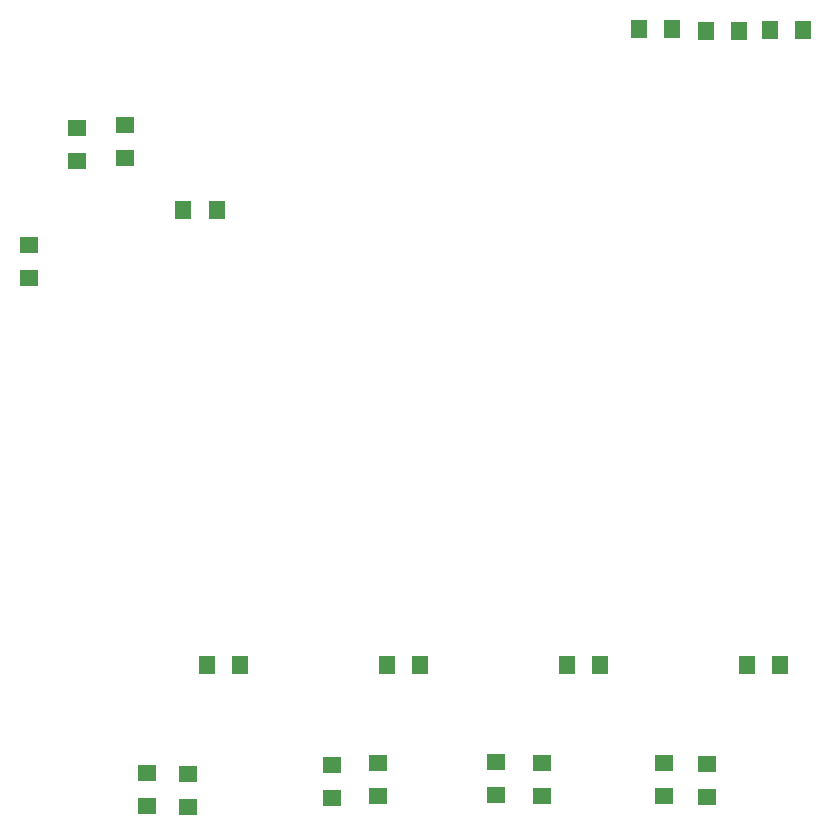
<source format=gbr>
G04 DipTrace 3.3.1.1*
G04 TopPaste.gbr*
%MOIN*%
G04 #@! TF.FileFunction,Paste,Top*
G04 #@! TF.Part,Single*
%ADD55R,0.054961X0.062835*%
%ADD57R,0.062835X0.054961*%
%FSLAX26Y26*%
G04*
G70*
G90*
G75*
G01*
G04 TopPaste*
%LPD*%
D57*
X1516156Y618348D3*
Y728584D3*
D55*
X2288211Y1090466D3*
X2177975D3*
D57*
X2147488Y655080D3*
Y765316D3*
D55*
X2887882Y1090466D3*
X2777646D3*
D57*
X2694209Y655080D3*
Y765316D3*
D55*
X1688541Y1090466D3*
X1578304D3*
X3487552D3*
X3377316D3*
D57*
X3245950Y652020D3*
Y762256D3*
X1143213Y2881440D3*
Y2771203D3*
D55*
X1499369Y2606663D3*
X1609605D3*
X3454425Y3208482D3*
X3564661D3*
X3240966Y3204301D3*
X3351202D3*
X3017573Y3210572D3*
X3127810D3*
D57*
X985320Y2381558D3*
Y2491794D3*
X3100434Y655205D3*
Y765441D3*
X2541143Y658909D3*
Y769146D3*
X1992963Y647797D3*
Y758033D3*
X1379008Y622499D3*
Y732735D3*
X1305003Y2780833D3*
Y2891070D3*
M02*

</source>
